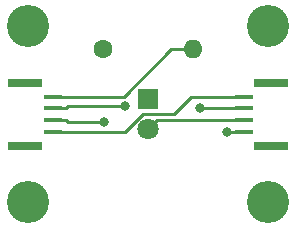
<source format=gbr>
%TF.GenerationSoftware,KiCad,Pcbnew,7.0.2-6a45011f42~172~ubuntu22.04.1*%
%TF.CreationDate,2023-09-06T17:33:03-07:00*%
%TF.ProjectId,basic_led,62617369-635f-46c6-9564-2e6b69636164,rev?*%
%TF.SameCoordinates,Original*%
%TF.FileFunction,Copper,L1,Top*%
%TF.FilePolarity,Positive*%
%FSLAX46Y46*%
G04 Gerber Fmt 4.6, Leading zero omitted, Abs format (unit mm)*
G04 Created by KiCad (PCBNEW 7.0.2-6a45011f42~172~ubuntu22.04.1) date 2023-09-06 17:33:03*
%MOMM*%
%LPD*%
G01*
G04 APERTURE LIST*
%TA.AperFunction,ComponentPad*%
%ADD10C,3.570000*%
%TD*%
%TA.AperFunction,ComponentPad*%
%ADD11R,1.800000X1.800000*%
%TD*%
%TA.AperFunction,ComponentPad*%
%ADD12C,1.800000*%
%TD*%
%TA.AperFunction,SMDPad,CuDef*%
%ADD13R,1.600000X0.400000*%
%TD*%
%TA.AperFunction,SMDPad,CuDef*%
%ADD14R,3.000000X0.800000*%
%TD*%
%TA.AperFunction,ComponentPad*%
%ADD15C,1.600000*%
%TD*%
%TA.AperFunction,ComponentPad*%
%ADD16O,1.600000X1.600000*%
%TD*%
%TA.AperFunction,ViaPad*%
%ADD17C,0.800000*%
%TD*%
%TA.AperFunction,Conductor*%
%ADD18C,0.250000*%
%TD*%
G04 APERTURE END LIST*
D10*
%TO.P,M1,~*%
%TO.N,N/C*%
X52540000Y-52540000D03*
%TD*%
%TO.P,M2,~*%
%TO.N,N/C*%
X72860000Y-52540000D03*
%TD*%
%TO.P,M3,~*%
%TO.N,N/C*%
X72860000Y-67460000D03*
%TD*%
%TO.P,M4,~*%
%TO.N,N/C*%
X52540000Y-67460000D03*
%TD*%
D11*
%TO.P,D1,1,K*%
%TO.N,Net-(D1-K)*%
X62700000Y-58730000D03*
D12*
%TO.P,D1,2,A*%
%TO.N,/3V3*%
X62700000Y-61270000D03*
%TD*%
D13*
%TO.P,J1,4,Pin_4*%
%TO.N,/SCL*%
X54625000Y-61500000D03*
%TO.P,J1,3,Pin_3*%
%TO.N,/SDA*%
X54625000Y-60500000D03*
%TO.P,J1,2,Pin_2*%
%TO.N,/3V3*%
X54625000Y-59500000D03*
%TO.P,J1,1,Pin_1*%
%TO.N,GND*%
X54625000Y-58500000D03*
D14*
%TO.P,J1,*%
%TO.N,*%
X52300000Y-57350000D03*
X52300000Y-62650000D03*
%TD*%
%TO.P,J2,*%
%TO.N,*%
X73100000Y-57350000D03*
X73100000Y-62650000D03*
D13*
%TO.P,J2,1,Pin_1*%
%TO.N,GND*%
X70775000Y-61500000D03*
%TO.P,J2,2,Pin_2*%
%TO.N,/3V3*%
X70775000Y-60500000D03*
%TO.P,J2,3,Pin_3*%
%TO.N,/SDA*%
X70775000Y-59500000D03*
%TO.P,J2,4,Pin_4*%
%TO.N,/SCL*%
X70775000Y-58500000D03*
%TD*%
D15*
%TO.P,R1,1*%
%TO.N,Net-(D1-K)*%
X58890000Y-54500000D03*
D16*
%TO.P,R1,2*%
%TO.N,GND*%
X66510000Y-54500000D03*
%TD*%
D17*
%TO.N,GND*%
X69374700Y-61500000D03*
%TO.N,/3V3*%
X60742400Y-59312400D03*
%TO.N,/SDA*%
X58945200Y-60687400D03*
X67085400Y-59500000D03*
%TD*%
D18*
%TO.N,GND*%
X64626600Y-54500000D02*
X60626600Y-58500000D01*
X66510000Y-54500000D02*
X65384900Y-54500000D01*
X60626600Y-58500000D02*
X55750100Y-58500000D01*
X65384900Y-54500000D02*
X64626600Y-54500000D01*
X70775000Y-61500000D02*
X69374700Y-61500000D01*
X54625000Y-58500000D02*
X55750100Y-58500000D01*
%TO.N,/3V3*%
X54625000Y-59500000D02*
X55750100Y-59500000D01*
X63470000Y-60500000D02*
X70775000Y-60500000D01*
X55750100Y-59500000D02*
X55937700Y-59312400D01*
X55937700Y-59312400D02*
X60742400Y-59312400D01*
X62700000Y-61270000D02*
X63470000Y-60500000D01*
%TO.N,/SCL*%
X60727700Y-61500000D02*
X62272500Y-59955200D01*
X64853000Y-59955200D02*
X66308200Y-58500000D01*
X62272500Y-59955200D02*
X64853000Y-59955200D01*
X54625000Y-61500000D02*
X60727700Y-61500000D01*
X66308200Y-58500000D02*
X70775000Y-58500000D01*
%TO.N,/SDA*%
X54625000Y-60500000D02*
X55750100Y-60500000D01*
X55937500Y-60687400D02*
X55750100Y-60500000D01*
X58945200Y-60687400D02*
X55937500Y-60687400D01*
X70775000Y-59500000D02*
X67085400Y-59500000D01*
%TD*%
M02*

</source>
